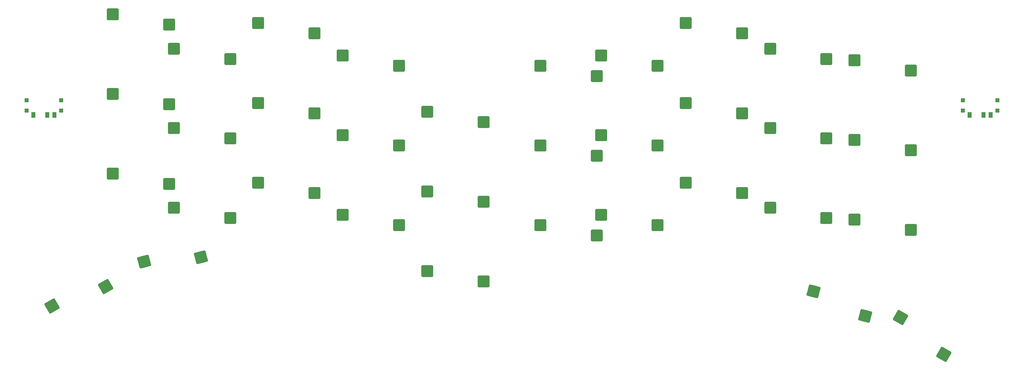
<source format=gbp>
%TF.GenerationSoftware,KiCad,Pcbnew,(6.0.7-1)-1*%
%TF.CreationDate,2022-10-21T08:25:24+02:00*%
%TF.ProjectId,sweepbling-lp__pcb,73776565-7062-46c6-996e-672d6c705f5f,rev?*%
%TF.SameCoordinates,Original*%
%TF.FileFunction,Paste,Bot*%
%TF.FilePolarity,Positive*%
%FSLAX46Y46*%
G04 Gerber Fmt 4.6, Leading zero omitted, Abs format (unit mm)*
G04 Created by KiCad (PCBNEW (6.0.7-1)-1) date 2022-10-21 08:25:24*
%MOMM*%
%LPD*%
G01*
G04 APERTURE LIST*
G04 Aperture macros list*
%AMRoundRect*
0 Rectangle with rounded corners*
0 $1 Rounding radius*
0 $2 $3 $4 $5 $6 $7 $8 $9 X,Y pos of 4 corners*
0 Add a 4 corners polygon primitive as box body*
4,1,4,$2,$3,$4,$5,$6,$7,$8,$9,$2,$3,0*
0 Add four circle primitives for the rounded corners*
1,1,$1+$1,$2,$3*
1,1,$1+$1,$4,$5*
1,1,$1+$1,$6,$7*
1,1,$1+$1,$8,$9*
0 Add four rect primitives between the rounded corners*
20,1,$1+$1,$2,$3,$4,$5,0*
20,1,$1+$1,$4,$5,$6,$7,0*
20,1,$1+$1,$6,$7,$8,$9,0*
20,1,$1+$1,$8,$9,$2,$3,0*%
G04 Aperture macros list end*
%ADD10RoundRect,0.250000X1.025000X1.000000X-1.025000X1.000000X-1.025000X-1.000000X1.025000X-1.000000X0*%
%ADD11RoundRect,0.250000X1.387676X0.353525X-0.387676X1.378525X-1.387676X-0.353525X0.387676X-1.378525X0*%
%ADD12RoundRect,0.250000X1.248893X0.700636X-0.731255X1.231215X-1.248893X-0.700636X0.731255X-1.231215X0*%
%ADD13RoundRect,0.250000X-1.025000X-1.000000X1.025000X-1.000000X1.025000X1.000000X-1.025000X1.000000X0*%
%ADD14RoundRect,0.250000X-0.731255X-1.231215X1.248893X-0.700636X0.731255X1.231215X-1.248893X0.700636X0*%
%ADD15RoundRect,0.250000X-0.387676X-1.378525X1.387676X-0.353525X0.387676X1.378525X-1.387676X0.353525X0*%
%ADD16R,0.900000X0.900000*%
%ADD17R,0.900000X1.250000*%
G04 APERTURE END LIST*
D10*
%TO.C,SW13*%
X179356000Y-70516000D03*
X167356000Y-68316000D03*
%TD*%
D11*
%TO.C,SW17*%
X222417089Y-105028152D03*
X213124784Y-97122897D03*
%TD*%
D10*
%TO.C,SW12*%
X161356000Y-77374000D03*
X149356000Y-75174000D03*
%TD*%
D12*
%TO.C,SW16*%
X205653826Y-96783422D03*
X194632118Y-91552556D03*
%TD*%
D10*
%TO.C,SW14*%
X197356000Y-75850000D03*
X185356000Y-73650000D03*
%TD*%
%TO.C,SW15*%
X215336000Y-78390000D03*
X203336000Y-76190000D03*
%TD*%
%TO.C,SW3*%
X179356000Y-36382000D03*
X167356000Y-34182000D03*
%TD*%
%TO.C,SW2*%
X161356000Y-43382000D03*
X149356000Y-41182000D03*
%TD*%
%TO.C,SW7*%
X161356000Y-60356000D03*
X149356000Y-58156000D03*
%TD*%
D13*
%TO.C,SW11*%
X136356000Y-77382000D03*
X148356000Y-79582000D03*
%TD*%
D10*
%TO.C,SW10*%
X215336000Y-61372000D03*
X203336000Y-59172000D03*
%TD*%
%TO.C,SW9*%
X197356000Y-58832000D03*
X185356000Y-56632000D03*
%TD*%
D13*
%TO.C,SW6*%
X136356000Y-60382000D03*
X148356000Y-62582000D03*
%TD*%
D10*
%TO.C,SW5*%
X215356000Y-44382000D03*
X203356000Y-42182000D03*
%TD*%
%TO.C,SW4*%
X197356000Y-41882000D03*
X185356000Y-39682000D03*
%TD*%
D13*
%TO.C,SW1*%
X136356000Y-43382000D03*
X148356000Y-45582000D03*
%TD*%
D10*
%TO.C,SW8*%
X179356000Y-53498000D03*
X167356000Y-51298000D03*
%TD*%
D13*
%TO.C,SW15_r1*%
X45186000Y-66390000D03*
X57186000Y-68590000D03*
%TD*%
D10*
%TO.C,SW9_r1*%
X70200000Y-58832000D03*
X58200000Y-56632000D03*
%TD*%
%TO.C,SW13_r1*%
X88188000Y-70516000D03*
X76188000Y-68316000D03*
%TD*%
%TO.C,SW12_r1*%
X106214000Y-77374000D03*
X94214000Y-75174000D03*
%TD*%
D13*
%TO.C,SW5_r1*%
X45186000Y-32382000D03*
X57186000Y-34582000D03*
%TD*%
D10*
%TO.C,SW4_r1*%
X70200000Y-41882000D03*
X58200000Y-39682000D03*
%TD*%
%TO.C,SW1_r1*%
X124232000Y-55382000D03*
X112232000Y-53182000D03*
%TD*%
%TO.C,SW14_r1*%
X70200000Y-75850000D03*
X58200000Y-73650000D03*
%TD*%
%TO.C,SW3_r1*%
X88188000Y-36382000D03*
X76188000Y-34182000D03*
%TD*%
%TO.C,SW11_r1*%
X124232000Y-89382000D03*
X112232000Y-87182000D03*
%TD*%
D13*
%TO.C,SW10_r1*%
X45186000Y-49372000D03*
X57186000Y-51572000D03*
%TD*%
D10*
%TO.C,SW2_r1*%
X106214000Y-43382000D03*
X94214000Y-41182000D03*
%TD*%
%TO.C,SW7_r1*%
X106214000Y-60356000D03*
X94214000Y-58156000D03*
%TD*%
D14*
%TO.C,SW16_r1*%
X51844345Y-85192312D03*
X64004857Y-84211520D03*
%TD*%
D10*
%TO.C,SW8_r1*%
X88188000Y-53498000D03*
X76188000Y-51298000D03*
%TD*%
D15*
%TO.C,SW17_r1*%
X32186911Y-94635848D03*
X43679216Y-90541103D03*
%TD*%
D10*
%TO.C,SW6_r1*%
X124232000Y-72382000D03*
X112232000Y-70182000D03*
%TD*%
D16*
%TO.C,SW_POWER1*%
X233824000Y-52916000D03*
X226424000Y-52916000D03*
X226424000Y-50716000D03*
X233824000Y-50716000D03*
D17*
X227874000Y-53891000D03*
X230874000Y-53891000D03*
X232374000Y-53891000D03*
%TD*%
D16*
%TO.C,SW_POWERR1*%
X26780000Y-52916000D03*
X26780000Y-50716000D03*
X34180000Y-50716000D03*
X34180000Y-52916000D03*
D17*
X28230000Y-53891000D03*
X31230000Y-53891000D03*
X32730000Y-53891000D03*
%TD*%
M02*

</source>
